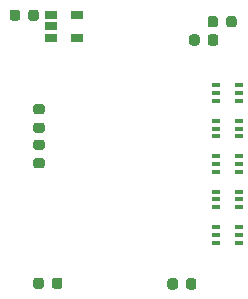
<source format=gbr>
%TF.GenerationSoftware,KiCad,Pcbnew,(5.1.6)-1*%
%TF.CreationDate,2020-09-30T00:52:58+08:00*%
%TF.ProjectId,Ogen,4f67656e-2e6b-4696-9361-645f70636258,rev?*%
%TF.SameCoordinates,Original*%
%TF.FileFunction,Paste,Top*%
%TF.FilePolarity,Positive*%
%FSLAX46Y46*%
G04 Gerber Fmt 4.6, Leading zero omitted, Abs format (unit mm)*
G04 Created by KiCad (PCBNEW (5.1.6)-1) date 2020-09-30 00:52:58*
%MOMM*%
%LPD*%
G01*
G04 APERTURE LIST*
%ADD10R,1.060000X0.650000*%
%ADD11R,0.650000X0.400000*%
G04 APERTURE END LIST*
%TO.C,R3*%
G36*
G01*
X43275000Y-14643750D02*
X43275000Y-15156250D01*
G75*
G02*
X43056250Y-15375000I-218750J0D01*
G01*
X42618750Y-15375000D01*
G75*
G02*
X42400000Y-15156250I0J218750D01*
G01*
X42400000Y-14643750D01*
G75*
G02*
X42618750Y-14425000I218750J0D01*
G01*
X43056250Y-14425000D01*
G75*
G02*
X43275000Y-14643750I0J-218750D01*
G01*
G37*
G36*
G01*
X41700000Y-14643750D02*
X41700000Y-15156250D01*
G75*
G02*
X41481250Y-15375000I-218750J0D01*
G01*
X41043750Y-15375000D01*
G75*
G02*
X40825000Y-15156250I0J218750D01*
G01*
X40825000Y-14643750D01*
G75*
G02*
X41043750Y-14425000I218750J0D01*
G01*
X41481250Y-14425000D01*
G75*
G02*
X41700000Y-14643750I0J-218750D01*
G01*
G37*
%TD*%
D10*
%TO.C,U1*%
X31350000Y-12800000D03*
X31350000Y-14700000D03*
X29150000Y-14700000D03*
X29150000Y-13750000D03*
X29150000Y-12800000D03*
%TD*%
D11*
%TO.C,U7*%
X45000000Y-32050000D03*
X45000000Y-30750000D03*
X43100000Y-31400000D03*
X45000000Y-31400000D03*
X43100000Y-30750000D03*
X43100000Y-32050000D03*
%TD*%
%TO.C,U6*%
X45000000Y-29050000D03*
X45000000Y-27750000D03*
X43100000Y-28400000D03*
X45000000Y-28400000D03*
X43100000Y-27750000D03*
X43100000Y-29050000D03*
%TD*%
%TO.C,U5*%
X45000000Y-26050000D03*
X45000000Y-24750000D03*
X43100000Y-25400000D03*
X45000000Y-25400000D03*
X43100000Y-24750000D03*
X43100000Y-26050000D03*
%TD*%
%TO.C,U4*%
X45000000Y-23050000D03*
X45000000Y-21750000D03*
X43100000Y-22400000D03*
X45000000Y-22400000D03*
X43100000Y-21750000D03*
X43100000Y-23050000D03*
%TD*%
%TO.C,U3*%
X45000000Y-20050000D03*
X45000000Y-18750000D03*
X43100000Y-19400000D03*
X45000000Y-19400000D03*
X43100000Y-18750000D03*
X43100000Y-20050000D03*
%TD*%
%TO.C,R2*%
G36*
G01*
X39850000Y-35293750D02*
X39850000Y-35806250D01*
G75*
G02*
X39631250Y-36025000I-218750J0D01*
G01*
X39193750Y-36025000D01*
G75*
G02*
X38975000Y-35806250I0J218750D01*
G01*
X38975000Y-35293750D01*
G75*
G02*
X39193750Y-35075000I218750J0D01*
G01*
X39631250Y-35075000D01*
G75*
G02*
X39850000Y-35293750I0J-218750D01*
G01*
G37*
G36*
G01*
X41425000Y-35293750D02*
X41425000Y-35806250D01*
G75*
G02*
X41206250Y-36025000I-218750J0D01*
G01*
X40768750Y-36025000D01*
G75*
G02*
X40550000Y-35806250I0J218750D01*
G01*
X40550000Y-35293750D01*
G75*
G02*
X40768750Y-35075000I218750J0D01*
G01*
X41206250Y-35075000D01*
G75*
G02*
X41425000Y-35293750I0J-218750D01*
G01*
G37*
%TD*%
%TO.C,R1*%
G36*
G01*
X27625000Y-35756250D02*
X27625000Y-35243750D01*
G75*
G02*
X27843750Y-35025000I218750J0D01*
G01*
X28281250Y-35025000D01*
G75*
G02*
X28500000Y-35243750I0J-218750D01*
G01*
X28500000Y-35756250D01*
G75*
G02*
X28281250Y-35975000I-218750J0D01*
G01*
X27843750Y-35975000D01*
G75*
G02*
X27625000Y-35756250I0J218750D01*
G01*
G37*
G36*
G01*
X29200000Y-35756250D02*
X29200000Y-35243750D01*
G75*
G02*
X29418750Y-35025000I218750J0D01*
G01*
X29856250Y-35025000D01*
G75*
G02*
X30075000Y-35243750I0J-218750D01*
G01*
X30075000Y-35756250D01*
G75*
G02*
X29856250Y-35975000I-218750J0D01*
G01*
X29418750Y-35975000D01*
G75*
G02*
X29200000Y-35756250I0J218750D01*
G01*
G37*
%TD*%
%TO.C,C4*%
G36*
G01*
X43950000Y-13606250D02*
X43950000Y-13093750D01*
G75*
G02*
X44168750Y-12875000I218750J0D01*
G01*
X44606250Y-12875000D01*
G75*
G02*
X44825000Y-13093750I0J-218750D01*
G01*
X44825000Y-13606250D01*
G75*
G02*
X44606250Y-13825000I-218750J0D01*
G01*
X44168750Y-13825000D01*
G75*
G02*
X43950000Y-13606250I0J218750D01*
G01*
G37*
G36*
G01*
X42375000Y-13606250D02*
X42375000Y-13093750D01*
G75*
G02*
X42593750Y-12875000I218750J0D01*
G01*
X43031250Y-12875000D01*
G75*
G02*
X43250000Y-13093750I0J-218750D01*
G01*
X43250000Y-13606250D01*
G75*
G02*
X43031250Y-13825000I-218750J0D01*
G01*
X42593750Y-13825000D01*
G75*
G02*
X42375000Y-13606250I0J218750D01*
G01*
G37*
%TD*%
%TO.C,C3*%
G36*
G01*
X26500000Y-12543750D02*
X26500000Y-13056250D01*
G75*
G02*
X26281250Y-13275000I-218750J0D01*
G01*
X25843750Y-13275000D01*
G75*
G02*
X25625000Y-13056250I0J218750D01*
G01*
X25625000Y-12543750D01*
G75*
G02*
X25843750Y-12325000I218750J0D01*
G01*
X26281250Y-12325000D01*
G75*
G02*
X26500000Y-12543750I0J-218750D01*
G01*
G37*
G36*
G01*
X28075000Y-12543750D02*
X28075000Y-13056250D01*
G75*
G02*
X27856250Y-13275000I-218750J0D01*
G01*
X27418750Y-13275000D01*
G75*
G02*
X27200000Y-13056250I0J218750D01*
G01*
X27200000Y-12543750D01*
G75*
G02*
X27418750Y-12325000I218750J0D01*
G01*
X27856250Y-12325000D01*
G75*
G02*
X28075000Y-12543750I0J-218750D01*
G01*
G37*
%TD*%
%TO.C,C2*%
G36*
G01*
X28356250Y-21200000D02*
X27843750Y-21200000D01*
G75*
G02*
X27625000Y-20981250I0J218750D01*
G01*
X27625000Y-20543750D01*
G75*
G02*
X27843750Y-20325000I218750J0D01*
G01*
X28356250Y-20325000D01*
G75*
G02*
X28575000Y-20543750I0J-218750D01*
G01*
X28575000Y-20981250D01*
G75*
G02*
X28356250Y-21200000I-218750J0D01*
G01*
G37*
G36*
G01*
X28356250Y-22775000D02*
X27843750Y-22775000D01*
G75*
G02*
X27625000Y-22556250I0J218750D01*
G01*
X27625000Y-22118750D01*
G75*
G02*
X27843750Y-21900000I218750J0D01*
G01*
X28356250Y-21900000D01*
G75*
G02*
X28575000Y-22118750I0J-218750D01*
G01*
X28575000Y-22556250D01*
G75*
G02*
X28356250Y-22775000I-218750J0D01*
G01*
G37*
%TD*%
%TO.C,C1*%
G36*
G01*
X27843750Y-24900000D02*
X28356250Y-24900000D01*
G75*
G02*
X28575000Y-25118750I0J-218750D01*
G01*
X28575000Y-25556250D01*
G75*
G02*
X28356250Y-25775000I-218750J0D01*
G01*
X27843750Y-25775000D01*
G75*
G02*
X27625000Y-25556250I0J218750D01*
G01*
X27625000Y-25118750D01*
G75*
G02*
X27843750Y-24900000I218750J0D01*
G01*
G37*
G36*
G01*
X27843750Y-23325000D02*
X28356250Y-23325000D01*
G75*
G02*
X28575000Y-23543750I0J-218750D01*
G01*
X28575000Y-23981250D01*
G75*
G02*
X28356250Y-24200000I-218750J0D01*
G01*
X27843750Y-24200000D01*
G75*
G02*
X27625000Y-23981250I0J218750D01*
G01*
X27625000Y-23543750D01*
G75*
G02*
X27843750Y-23325000I218750J0D01*
G01*
G37*
%TD*%
M02*

</source>
